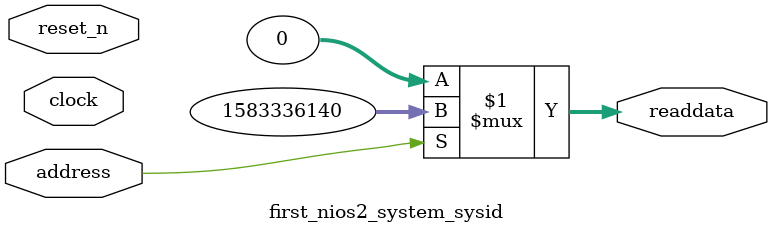
<source format=v>



// synthesis translate_off
`timescale 1ns / 1ps
// synthesis translate_on

// turn off superfluous verilog processor warnings 
// altera message_level Level1 
// altera message_off 10034 10035 10036 10037 10230 10240 10030 

module first_nios2_system_sysid (
               // inputs:
                address,
                clock,
                reset_n,

               // outputs:
                readdata
             )
;

  output  [ 31: 0] readdata;
  input            address;
  input            clock;
  input            reset_n;

  wire    [ 31: 0] readdata;
  //control_slave, which is an e_avalon_slave
  assign readdata = address ? 1583336140 : 0;

endmodule



</source>
